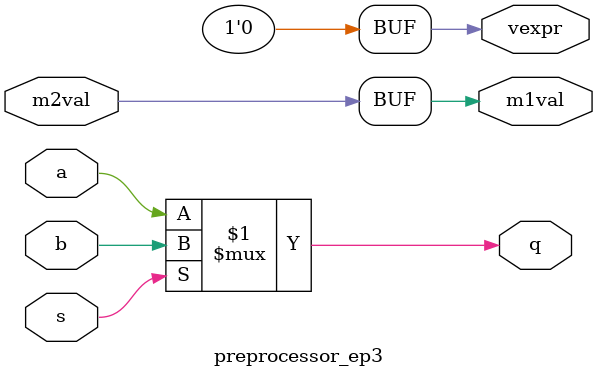
<source format=v>



/* Should not be expanded:
 * MACRO2
 */

/* Should not be evaluated:

   @perl_begin
       vprint "test\n";
   @perl_end
 */

//|@Module ;
module preprocessor_ep3 (
      a
    , b
    , m1val
    , m2val
    , q
    , s
    , vexpr
);

//|@Ports ;
input  a;
input  b;
output  m1val;
input  m2val;
output  q;
input  s;
output  vexpr;

  assign q = s ? b : a;

  assign m1val = m2val;

assign vexpr = 4;

/*

$VAR1 = bless( {
                 'output_scalar' => bless( {
                                             'lsb' => undef,
                                             'msb' => undef,
                                             'name' => 'output_scalar',
                                             'dir' => 2
                                           }, 'VP3::Port' ),
                 'output_vector' => bless( {
                                             'lsb' => '0',
                                             'msb' => '9',
                                             'name' => 'output_vector',
                                             'dir' => 2
                                           }, 'VP3::Port' ),
                 '!location' => 'ports.v:1',
                 'input_scalar' => bless( {
                                            'lsb' => undef,
                                            'msb' => undef,
                                            'name' => 'input_scalar',
                                            'dir' => 1
                                          }, 'VP3::Port' ),
                 '!list' => [
                              $VAR1->{'input_scalar'},
                              bless( {
                                       'lsb' => '0',
                                       'msb' => '9',
                                       'name' => 'input_vector',
                                       'dir' => 1
                                     }, 'VP3::Port' ),
                              $VAR1->{'output_scalar'},
                              $VAR1->{'output_vector'}
                            ],
                 'input_vector' => $VAR1->{'!list'}[1]
               }, 'VP3::Ports' );

*/

endmodule

</source>
